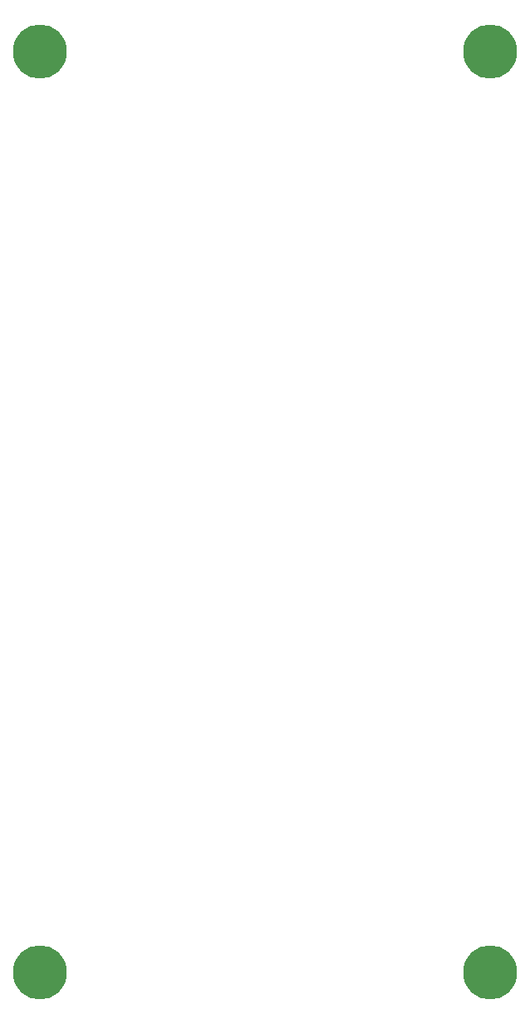
<source format=gbr>
%TF.GenerationSoftware,KiCad,Pcbnew,5.1.12-84ad8e8a86~92~ubuntu18.04.1*%
%TF.CreationDate,2022-01-08T13:07:40-05:00*%
%TF.ProjectId,remote,72656d6f-7465-42e6-9b69-6361645f7063,rev?*%
%TF.SameCoordinates,Original*%
%TF.FileFunction,Soldermask,Top*%
%TF.FilePolarity,Negative*%
%FSLAX46Y46*%
G04 Gerber Fmt 4.6, Leading zero omitted, Abs format (unit mm)*
G04 Created by KiCad (PCBNEW 5.1.12-84ad8e8a86~92~ubuntu18.04.1) date 2022-01-08 13:07:40*
%MOMM*%
%LPD*%
G01*
G04 APERTURE LIST*
%ADD10C,5.500000*%
G04 APERTURE END LIST*
D10*
%TO.C,H2*%
X121438960Y-157249920D03*
%TD*%
%TO.C,H6*%
X75491960Y-63491160D03*
%TD*%
%TO.C,H5*%
X121438960Y-63491160D03*
%TD*%
%TO.C,H1*%
X75491960Y-157249920D03*
%TD*%
M02*

</source>
